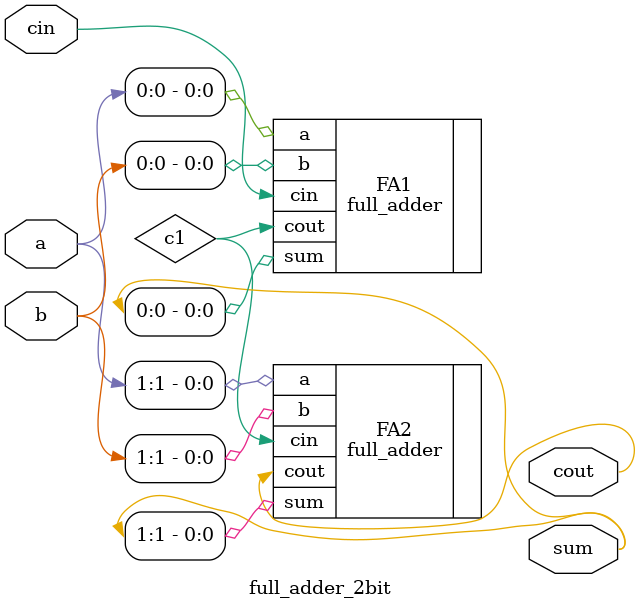
<source format=v>
module full_adder_2bit(
    input wire [1:0] a,
    input wire [1:0] b,
    input wire cin,
    output wire [1:0] sum,
    output wire cout
    );
    
    wire c1;
    
    full_adder FA1(.a(a[0]), .b(b[0]), .cin(cin), .sum(sum[0]), .cout(c1));
    full_adder FA2(.a(a[1]), .b(b[1]), .cin(c1), .sum(sum[1]), .cout(cout));
endmodule
</source>
